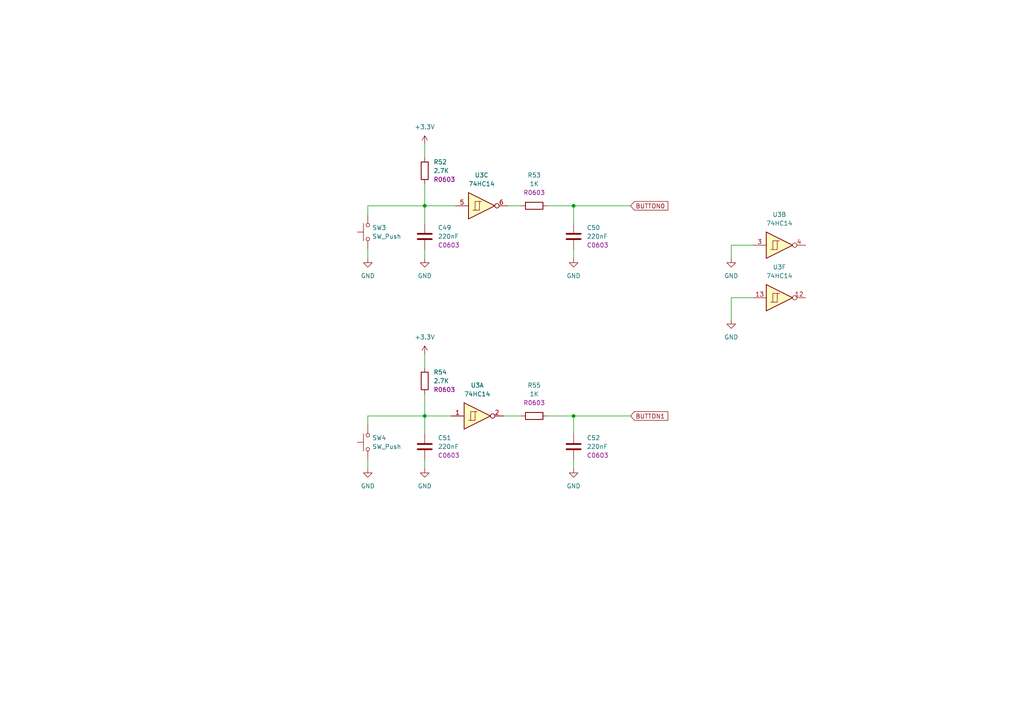
<source format=kicad_sch>
(kicad_sch (version 20250114) (generator "eeschema") (generator_version "9.0")
  (paper "A4")
  (lib_symbols
    (symbol "74xx:74HC14" (pin_names (offset 1.016))
      (property "Reference" "U" (at 0 1.27 0))
      (property "Value" "74HC14" (at 0 -1.27 0))
      (symbol "74HC14_1_0"
        (polyline (pts (xy -3.81 3.81) (xy -3.81 -3.81) (xy 3.81 0) (xy -3.81 3.81)) (stroke (width 0.254)) (fill (type background)))
        (pin input line (at -7.62 0 0) (length 3.81) (name "~") (number "1"))
        (pin output inverted (at 7.62 0 180) (length 3.81) (name "~") (number "2"))
      )
      (symbol "74HC14_1_1"
        (polyline (pts (xy -2.54 -1.27) (xy -0.635 -1.27) (xy -0.635 1.27) (xy 0 1.27)))
        (polyline (pts (xy -1.905 -1.27) (xy -1.905 1.27) (xy -0.635 1.27)))
      )
      (symbol "74HC14_2_0"
        (polyline (pts (xy -3.81 3.81) (xy -3.81 -3.81) (xy 3.81 0) (xy -3.81 3.81)) (stroke (width 0.254)) (fill (type background)))
        (pin input line (at -7.62 0 0) (length 3.81) (name "~") (number "3"))
        (pin output inverted (at 7.62 0 180) (length 3.81) (name "~") (number "4"))
      )
      (symbol "74HC14_2_1"
        (polyline (pts (xy -2.54 -1.27) (xy -0.635 -1.27) (xy -0.635 1.27) (xy 0 1.27)))
        (polyline (pts (xy -1.905 -1.27) (xy -1.905 1.27) (xy -0.635 1.27)))
      )
      (symbol "74HC14_3_0"
        (polyline (pts (xy -3.81 3.81) (xy -3.81 -3.81) (xy 3.81 0) (xy -3.81 3.81)) (stroke (width 0.254)) (fill (type background)))
        (pin input line (at -7.62 0 0) (length 3.81) (name "~") (number "5"))
        (pin output inverted (at 7.62 0 180) (length 3.81) (name "~") (number "6"))
      )
      (symbol "74HC14_3_1"
        (polyline (pts (xy -2.54 -1.27) (xy -0.635 -1.27) (xy -0.635 1.27) (xy 0 1.27)))
        (polyline (pts (xy -1.905 -1.27) (xy -1.905 1.27) (xy -0.635 1.27)))
      )
      (symbol "74HC14_4_0"
        (polyline (pts (xy -3.81 3.81) (xy -3.81 -3.81) (xy 3.81 0) (xy -3.81 3.81)) (stroke (width 0.254)) (fill (type background)))
        (pin input line (at -7.62 0 0) (length 3.81) (name "~") (number "9"))
        (pin output inverted (at 7.62 0 180) (length 3.81) (name "~") (number "8"))
      )
      (symbol "74HC14_4_1"
        (polyline (pts (xy -2.54 -1.27) (xy -0.635 -1.27) (xy -0.635 1.27) (xy 0 1.27)))
        (polyline (pts (xy -1.905 -1.27) (xy -1.905 1.27) (xy -0.635 1.27)))
      )
      (symbol "74HC14_5_0"
        (polyline (pts (xy -3.81 3.81) (xy -3.81 -3.81) (xy 3.81 0) (xy -3.81 3.81)) (stroke (width 0.254)) (fill (type background)))
        (pin input line (at -7.62 0 0) (length 3.81) (name "~") (number "11"))
        (pin output inverted (at 7.62 0 180) (length 3.81) (name "~") (number "10"))
      )
      (symbol "74HC14_5_1"
        (polyline (pts (xy -2.54 -1.27) (xy -0.635 -1.27) (xy -0.635 1.27) (xy 0 1.27)))
        (polyline (pts (xy -1.905 -1.27) (xy -1.905 1.27) (xy -0.635 1.27)))
      )
      (symbol "74HC14_6_0"
        (polyline (pts (xy -3.81 3.81) (xy -3.81 -3.81) (xy 3.81 0) (xy -3.81 3.81)) (stroke (width 0.254)) (fill (type background)))
        (pin input line (at -7.62 0 0) (length 3.81) (name "~") (number "13"))
        (pin output inverted (at 7.62 0 180) (length 3.81) (name "~") (number "12"))
      )
      (symbol "74HC14_6_1"
        (polyline (pts (xy -2.54 -1.27) (xy -0.635 -1.27) (xy -0.635 1.27) (xy 0 1.27)))
        (polyline (pts (xy -1.905 -1.27) (xy -1.905 1.27) (xy -0.635 1.27)))
      )
      (symbol "74HC14_7_0"
        (pin power_in line (at 0 12.7 270) (length 5.08) (name "VCC") (number "14"))
        (pin power_in line (at 0 -12.7 90) (length 5.08) (name "GND") (number "7"))
      )
      (symbol "74HC14_7_1"
        (rectangle (start -5.08 7.62) (end 5.08 -7.62) (stroke (width 0.254)) (fill (type background)))
      )
    )
    (symbol "Device:C" (pin_numbers (hide yes)) (pin_names (offset 0.254))
      (property "Reference" "C" (at 0.635 2.54 0))
      (property "Value" "C" (at 0.635 -2.54 0))
      (symbol "C_0_1"
        (polyline (pts (xy -2.032 0.762) (xy 2.032 0.762)) (stroke (width 0.508)))
        (polyline (pts (xy -2.032 -0.762) (xy 2.032 -0.762)) (stroke (width 0.508)))
      )
      (symbol "C_1_1"
        (pin passive line (at 0 3.81 270) (length 2.794) (name "~") (number "1"))
        (pin passive line (at 0 -3.81 90) (length 2.794) (name "~") (number "2"))
      )
    )
    (symbol "Device:R" (pin_numbers (hide yes)) (pin_names (offset 0))
      (property "Reference" "R" (at 2.032 0 90))
      (property "Value" "R" (at 0 0 90))
      (symbol "R_0_1"
        (rectangle (start -1.016 -2.54) (end 1.016 2.54) (stroke (width 0.254)))
      )
      (symbol "R_1_1"
        (pin passive line (at 0 3.81 270) (length 1.27) (name "~") (number "1"))
        (pin passive line (at 0 -3.81 90) (length 1.27) (name "~") (number "2"))
      )
    )
    (symbol "Switch:SW_Push" (pin_numbers (hide yes)) (pin_names (offset 1.016) (hide yes))
      (property "Reference" "SW" (at 1.27 2.54 0))
      (property "Value" "SW_Push" (at 0 -1.524 0))
      (symbol "SW_Push_0_1"
        (circle (center -2.032 0) (radius 0.508))
        (polyline (pts (xy 0 1.27) (xy 0 3.048)))
        (circle (center 2.032 0) (radius 0.508))
        (polyline (pts (xy 2.54 1.27) (xy -2.54 1.27)))
        (pin passive line (at -5.08 0 0) (length 2.54) (name "1") (number "1"))
        (pin passive line (at 5.08 0 180) (length 2.54) (name "2") (number "2"))
      )
    )
    (symbol "power:+3.3V" (power) (pin_numbers (hide yes)) (pin_names (offset 0) (hide yes))
      (property "Value" "+3.3V" (at 0 3.556 0))
      (symbol "+3.3V_0_1"
        (polyline (pts (xy -0.762 1.27) (xy 0 2.54)))
        (polyline (pts (xy 0 2.54) (xy 0.762 1.27)))
        (polyline (pts (xy 0 0) (xy 0 2.54)))
      )
      (symbol "+3.3V_1_1"
        (pin power_in line (at 0 0 90) (length 0) (name "~") (number "1"))
      )
    )
    (symbol "power:GND" (power) (pin_numbers (hide yes)) (pin_names (offset 0) (hide yes))
      (property "Value" "GND" (at 0 -3.81 0))
      (symbol "GND_0_1"
        (polyline (pts (xy 0 0) (xy 0 -1.27) (xy 1.27 -1.27) (xy 0 -2.54) (xy -1.27 -1.27) (xy 0 -1.27)))
      )
      (symbol "GND_1_1"
        (pin power_in line (at 0 0 270) (length 0) (name "~") (number "1"))
      )
    )
  )
  (junction (at 123.19 120.65))
  (junction (at 166.37 59.69))
  (junction (at 123.19 59.69))
  (junction (at 166.37 120.65))
  (wire (pts (xy 106.68 62.23) (xy 106.68 59.69)))
  (wire (pts (xy 166.37 125.73) (xy 166.37 120.65)))
  (wire (pts (xy 123.19 133.35) (xy 123.19 135.89)))
  (wire (pts (xy 123.19 102.87) (xy 123.19 106.68)))
  (wire (pts (xy 166.37 133.35) (xy 166.37 135.89)))
  (wire (pts (xy 123.19 125.73) (xy 123.19 120.65)))
  (wire (pts (xy 166.37 59.69) (xy 182.88 59.69)))
  (wire (pts (xy 147.32 59.69) (xy 151.13 59.69)))
  (wire (pts (xy 212.09 74.93) (xy 212.09 71.12)))
  (wire (pts (xy 123.19 41.91) (xy 123.19 45.72)))
  (wire (pts (xy 166.37 59.69) (xy 158.75 59.69)))
  (wire (pts (xy 146.05 120.65) (xy 151.13 120.65)))
  (wire (pts (xy 106.68 59.69) (xy 123.19 59.69)))
  (wire (pts (xy 212.09 92.71) (xy 212.09 86.36)))
  (wire (pts (xy 106.68 133.35) (xy 106.68 135.89)))
  (wire (pts (xy 123.19 114.3) (xy 123.19 120.65)))
  (wire (pts (xy 123.19 59.69) (xy 132.08 59.69)))
  (wire (pts (xy 123.19 53.34) (xy 123.19 59.69)))
  (wire (pts (xy 123.19 64.77) (xy 123.19 59.69)))
  (wire (pts (xy 166.37 64.77) (xy 166.37 59.69)))
  (wire (pts (xy 212.09 71.12) (xy 218.44 71.12)))
  (wire (pts (xy 106.68 123.19) (xy 106.68 120.65)))
  (wire (pts (xy 123.19 72.39) (xy 123.19 74.93)))
  (wire (pts (xy 123.19 120.65) (xy 130.81 120.65)))
  (wire (pts (xy 106.68 120.65) (xy 123.19 120.65)))
  (wire (pts (xy 166.37 72.39) (xy 166.37 74.93)))
  (wire (pts (xy 166.37 120.65) (xy 182.88 120.65)))
  (wire (pts (xy 212.09 86.36) (xy 218.44 86.36)))
  (wire (pts (xy 106.68 72.39) (xy 106.68 74.93)))
  (wire (pts (xy 166.37 120.65) (xy 158.75 120.65)))
  (global_label "BUTTON1" (shape input) (at 182.88 120.65 0) (property "Intersheetrefs" "${INTERSHEET_REFS}" (effects (hide yes))))
  (global_label "BUTTON0" (shape input) (at 182.88 59.69 0) (property "Intersheetrefs" "${INTERSHEET_REFS}" (effects (hide yes))))
  (symbol (lib_id "74xx:74HC14") (at 138.43 120.65 0) (unit 1)
    (property "Reference" "U3" (at 138.43 111.76 0))
    (property "Value" "74HC14" (at 138.43 114.3 0))
    (property "Footprint" "Package_SO:SOIC-14_3.9x8.7mm_P1.27mm" (effects (hide yes)))
    (property "Datasheet" "http://www.ti.com/lit/gpn/sn74HC14" (effects (hide yes)))
    (property "Description" "Hex inverter schmitt trigger" (effects (hide yes)))
  )
  (symbol (lib_id "power:GND") (at 212.09 92.71 0) (unit 1)
    (property "Reference" "#PWR032" (effects (hide yes)))
    (property "Value" "GND" (at 212.09 97.79 0))
    (property "Description" "Power symbol creates a global label with name \"GND\" , ground" (effects (hide yes)))
  )
  (symbol (lib_id "Device:C") (at 123.19 68.58 0) (unit 1)
    (property "Reference" "C49" (at 127 66.0399 0) (effects (justify left)))
    (property "Value" "220nF" (at 127 68.5799 0) (effects (justify left)))
    (property "Footprint" "Capacitor_SMD:C_0603_1608Metric" (effects (hide yes)))
    (property "Description" "Unpolarized capacitor" (effects (hide yes)))
    (property "Package" "C0603" (at 127 71.1199 0) (effects (justify left)))
  )
  (symbol (lib_id "74xx:74HC14") (at 226.06 71.12 0) (unit 2)
    (property "Reference" "U3" (at 226.06 62.23 0))
    (property "Value" "74HC14" (at 226.06 64.77 0))
    (property "Datasheet" "http://www.ti.com/lit/gpn/sn74HC14" (effects (hide yes)))
    (property "Description" "Hex inverter schmitt trigger" (effects (hide yes)))
  )
  (symbol (lib_id "power:+3.3V") (at 123.19 41.91 0) (unit 1)
    (property "Reference" "#PWR0118" (effects (hide yes)))
    (property "Value" "+3.3V" (at 123.19 36.83 0))
    (property "Description" "Power symbol creates a global label with name \"+3.3V\"" (effects (hide yes)))
  )
  (symbol (lib_id "power:GND") (at 106.68 74.93 0) (unit 1)
    (property "Reference" "#PWR0119" (effects (hide yes)))
    (property "Value" "GND" (at 106.68 80.01 0))
    (property "Description" "Power symbol creates a global label with name \"GND\" , ground" (effects (hide yes)))
  )
  (symbol (lib_id "power:GND") (at 123.19 74.93 0) (unit 1)
    (property "Reference" "#PWR0116" (effects (hide yes)))
    (property "Value" "GND" (at 123.19 80.01 0))
    (property "Description" "Power symbol creates a global label with name \"GND\" , ground" (effects (hide yes)))
  )
  (symbol (lib_id "power:+3.3V") (at 123.19 102.87 0) (unit 1)
    (property "Reference" "#PWR0121" (effects (hide yes)))
    (property "Value" "+3.3V" (at 123.19 97.79 0))
    (property "Description" "Power symbol creates a global label with name \"+3.3V\"" (effects (hide yes)))
  )
  (symbol (lib_id "power:GND") (at 106.68 135.89 0) (unit 1)
    (property "Reference" "#PWR0120" (effects (hide yes)))
    (property "Value" "GND" (at 106.68 140.97 0))
    (property "Description" "Power symbol creates a global label with name \"GND\" , ground" (effects (hide yes)))
  )
  (symbol (lib_id "Switch:SW_Push") (at 106.68 67.31 90) (unit 1)
    (property "Reference" "SW3" (at 107.95 66.0399 90) (effects (justify right)))
    (property "Value" "SW_Push" (at 107.95 68.5799 90) (effects (justify right)))
    (property "Footprint" "Button_Switch_THT:SW_PUSH_6mm_H5mm" (effects (hide yes)))
    (property "Description" "Push button switch, generic, two pins" (effects (hide yes)))
  )
  (symbol (lib_id "Device:R") (at 154.94 59.69 90) (unit 1)
    (property "Reference" "R53" (at 154.94 50.8 90))
    (property "Value" "1K" (at 154.94 53.34 90))
    (property "Footprint" "Resistor_SMD:R_0603_1608Metric" (effects (hide yes)))
    (property "Description" "Resistor" (effects (hide yes)))
    (property "Package" "R0603" (at 154.94 55.88 90))
  )
  (symbol (lib_id "Device:R") (at 123.19 49.53 180) (unit 1)
    (property "Reference" "R52" (at 125.73 46.9899 0) (effects (justify right)))
    (property "Value" "2.7K" (at 125.73 49.5299 0) (effects (justify right)))
    (property "Footprint" "Resistor_SMD:R_0603_1608Metric" (effects (hide yes)))
    (property "Description" "Resistor" (effects (hide yes)))
    (property "Package" "R0603" (at 125.73 52.0699 0) (effects (justify right)))
  )
  (symbol (lib_id "Device:C") (at 123.19 129.54 0) (unit 1)
    (property "Reference" "C51" (at 127 126.9999 0) (effects (justify left)))
    (property "Value" "220nF" (at 127 129.5399 0) (effects (justify left)))
    (property "Footprint" "Capacitor_SMD:C_0603_1608Metric" (effects (hide yes)))
    (property "Description" "Unpolarized capacitor" (effects (hide yes)))
    (property "Package" "C0603" (at 127 132.0799 0) (effects (justify left)))
  )
  (symbol (lib_id "power:GND") (at 166.37 135.89 0) (unit 1)
    (property "Reference" "#PWR0123" (effects (hide yes)))
    (property "Value" "GND" (at 166.37 140.97 0))
    (property "Description" "Power symbol creates a global label with name \"GND\" , ground" (effects (hide yes)))
  )
  (symbol (lib_id "74xx:74HC14") (at 226.06 86.36 0) (unit 6)
    (property "Reference" "U3" (at 226.06 77.47 0))
    (property "Value" "74HC14" (at 226.06 80.01 0))
    (property "Datasheet" "http://www.ti.com/lit/gpn/sn74HC14" (effects (hide yes)))
    (property "Description" "Hex inverter schmitt trigger" (effects (hide yes)))
  )
  (symbol (lib_id "power:GND") (at 123.19 135.89 0) (unit 1)
    (property "Reference" "#PWR0122" (effects (hide yes)))
    (property "Value" "GND" (at 123.19 140.97 0))
    (property "Description" "Power symbol creates a global label with name \"GND\" , ground" (effects (hide yes)))
  )
  (symbol (lib_id "power:GND") (at 166.37 74.93 0) (unit 1)
    (property "Reference" "#PWR0117" (effects (hide yes)))
    (property "Value" "GND" (at 166.37 80.01 0))
    (property "Description" "Power symbol creates a global label with name \"GND\" , ground" (effects (hide yes)))
  )
  (symbol (lib_id "Device:R") (at 154.94 120.65 90) (unit 1)
    (property "Reference" "R55" (at 154.94 111.76 90))
    (property "Value" "1K" (at 154.94 114.3 90))
    (property "Footprint" "Resistor_SMD:R_0603_1608Metric" (effects (hide yes)))
    (property "Description" "Resistor" (effects (hide yes)))
    (property "Package" "R0603" (at 154.94 116.84 90))
  )
  (symbol (lib_id "74xx:74HC14") (at 139.7 59.69 0) (unit 3)
    (property "Reference" "U3" (at 139.7 50.8 0))
    (property "Value" "74HC14" (at 139.7 53.34 0))
    (property "Footprint" "Package_SO:SOIC-14_3.9x8.7mm_P1.27mm" (effects (hide yes)))
    (property "Datasheet" "http://www.ti.com/lit/gpn/sn74HC14" (effects (hide yes)))
    (property "Description" "Hex inverter schmitt trigger" (effects (hide yes)))
  )
  (symbol (lib_id "power:GND") (at 212.09 74.93 0) (unit 1)
    (property "Reference" "#PWR033" (effects (hide yes)))
    (property "Value" "GND" (at 212.09 80.01 0))
    (property "Description" "Power symbol creates a global label with name \"GND\" , ground" (effects (hide yes)))
  )
  (symbol (lib_id "Device:C") (at 166.37 129.54 0) (unit 1)
    (property "Reference" "C52" (at 170.18 126.9999 0) (effects (justify left)))
    (property "Value" "220nF" (at 170.18 129.5399 0) (effects (justify left)))
    (property "Footprint" "Capacitor_SMD:C_0603_1608Metric" (effects (hide yes)))
    (property "Description" "Unpolarized capacitor" (effects (hide yes)))
    (property "Package" "C0603" (at 170.18 132.0799 0) (effects (justify left)))
  )
  (symbol (lib_id "Device:C") (at 166.37 68.58 0) (unit 1)
    (property "Reference" "C50" (at 170.18 66.0399 0) (effects (justify left)))
    (property "Value" "220nF" (at 170.18 68.5799 0) (effects (justify left)))
    (property "Footprint" "Capacitor_SMD:C_0603_1608Metric" (effects (hide yes)))
    (property "Description" "Unpolarized capacitor" (effects (hide yes)))
    (property "Package" "C0603" (at 170.18 71.1199 0) (effects (justify left)))
  )
  (symbol (lib_id "Device:R") (at 123.19 110.49 180) (unit 1)
    (property "Reference" "R54" (at 125.73 107.9499 0) (effects (justify right)))
    (property "Value" "2.7K" (at 125.73 110.4899 0) (effects (justify right)))
    (property "Footprint" "Resistor_SMD:R_0603_1608Metric" (effects (hide yes)))
    (property "Description" "Resistor" (effects (hide yes)))
    (property "Package" "R0603" (at 125.73 113.0299 0) (effects (justify right)))
  )
  (symbol (lib_id "Switch:SW_Push") (at 106.68 128.27 90) (unit 1)
    (property "Reference" "SW4" (at 107.95 126.9999 90) (effects (justify right)))
    (property "Value" "SW_Push" (at 107.95 129.5399 90) (effects (justify right)))
    (property "Footprint" "Button_Switch_THT:SW_PUSH_6mm_H5mm" (effects (hide yes)))
    (property "Description" "Push button switch, generic, two pins" (effects (hide yes)))
  )
)
</source>
